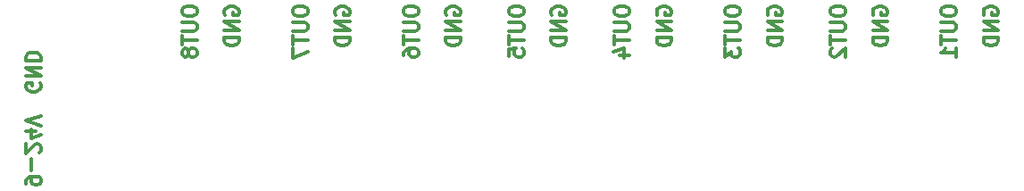
<source format=gbr>
%TF.GenerationSoftware,KiCad,Pcbnew,(7.0.0)*%
%TF.CreationDate,2023-04-13T21:22:04+09:00*%
%TF.ProjectId,Artnet_pixel_controller_Teensy-hardware,4172746e-6574-45f7-9069-78656c5f636f,rev?*%
%TF.SameCoordinates,Original*%
%TF.FileFunction,Legend,Bot*%
%TF.FilePolarity,Positive*%
%FSLAX46Y46*%
G04 Gerber Fmt 4.6, Leading zero omitted, Abs format (unit mm)*
G04 Created by KiCad (PCBNEW (7.0.0)) date 2023-04-13 21:22:04*
%MOMM*%
%LPD*%
G01*
G04 APERTURE LIST*
%ADD10C,0.300000*%
G04 APERTURE END LIST*
D10*
X98638000Y-98066666D02*
X98704666Y-98199999D01*
X98704666Y-98199999D02*
X98704666Y-98399999D01*
X98704666Y-98399999D02*
X98638000Y-98599999D01*
X98638000Y-98599999D02*
X98504666Y-98733333D01*
X98504666Y-98733333D02*
X98371333Y-98799999D01*
X98371333Y-98799999D02*
X98104666Y-98866666D01*
X98104666Y-98866666D02*
X97904666Y-98866666D01*
X97904666Y-98866666D02*
X97638000Y-98799999D01*
X97638000Y-98799999D02*
X97504666Y-98733333D01*
X97504666Y-98733333D02*
X97371333Y-98599999D01*
X97371333Y-98599999D02*
X97304666Y-98399999D01*
X97304666Y-98399999D02*
X97304666Y-98266666D01*
X97304666Y-98266666D02*
X97371333Y-98066666D01*
X97371333Y-98066666D02*
X97438000Y-97999999D01*
X97438000Y-97999999D02*
X97904666Y-97999999D01*
X97904666Y-97999999D02*
X97904666Y-98266666D01*
X97304666Y-97399999D02*
X98704666Y-97399999D01*
X98704666Y-97399999D02*
X97304666Y-96599999D01*
X97304666Y-96599999D02*
X98704666Y-96599999D01*
X97304666Y-95933332D02*
X98704666Y-95933332D01*
X98704666Y-95933332D02*
X98704666Y-95599999D01*
X98704666Y-95599999D02*
X98638000Y-95399999D01*
X98638000Y-95399999D02*
X98504666Y-95266666D01*
X98504666Y-95266666D02*
X98371333Y-95199999D01*
X98371333Y-95199999D02*
X98104666Y-95133332D01*
X98104666Y-95133332D02*
X97904666Y-95133332D01*
X97904666Y-95133332D02*
X97638000Y-95199999D01*
X97638000Y-95199999D02*
X97504666Y-95266666D01*
X97504666Y-95266666D02*
X97371333Y-95399999D01*
X97371333Y-95399999D02*
X97304666Y-95599999D01*
X97304666Y-95599999D02*
X97304666Y-95933332D01*
X97304666Y-107566666D02*
X97304666Y-107299999D01*
X97304666Y-107299999D02*
X97371333Y-107166666D01*
X97371333Y-107166666D02*
X97438000Y-107099999D01*
X97438000Y-107099999D02*
X97638000Y-106966666D01*
X97638000Y-106966666D02*
X97904666Y-106899999D01*
X97904666Y-106899999D02*
X98438000Y-106899999D01*
X98438000Y-106899999D02*
X98571333Y-106966666D01*
X98571333Y-106966666D02*
X98638000Y-107033332D01*
X98638000Y-107033332D02*
X98704666Y-107166666D01*
X98704666Y-107166666D02*
X98704666Y-107433332D01*
X98704666Y-107433332D02*
X98638000Y-107566666D01*
X98638000Y-107566666D02*
X98571333Y-107633332D01*
X98571333Y-107633332D02*
X98438000Y-107699999D01*
X98438000Y-107699999D02*
X98104666Y-107699999D01*
X98104666Y-107699999D02*
X97971333Y-107633332D01*
X97971333Y-107633332D02*
X97904666Y-107566666D01*
X97904666Y-107566666D02*
X97838000Y-107433332D01*
X97838000Y-107433332D02*
X97838000Y-107166666D01*
X97838000Y-107166666D02*
X97904666Y-107033332D01*
X97904666Y-107033332D02*
X97971333Y-106966666D01*
X97971333Y-106966666D02*
X98104666Y-106899999D01*
X97838000Y-106299999D02*
X97838000Y-105233333D01*
X98571333Y-104633333D02*
X98638000Y-104566666D01*
X98638000Y-104566666D02*
X98704666Y-104433333D01*
X98704666Y-104433333D02*
X98704666Y-104100000D01*
X98704666Y-104100000D02*
X98638000Y-103966666D01*
X98638000Y-103966666D02*
X98571333Y-103900000D01*
X98571333Y-103900000D02*
X98438000Y-103833333D01*
X98438000Y-103833333D02*
X98304666Y-103833333D01*
X98304666Y-103833333D02*
X98104666Y-103900000D01*
X98104666Y-103900000D02*
X97304666Y-104700000D01*
X97304666Y-104700000D02*
X97304666Y-103833333D01*
X98238000Y-102633333D02*
X97304666Y-102633333D01*
X98771333Y-102966667D02*
X97771333Y-103300000D01*
X97771333Y-103300000D02*
X97771333Y-102433333D01*
X98704666Y-102100000D02*
X97304666Y-101633334D01*
X97304666Y-101633334D02*
X98704666Y-101166667D01*
X153114333Y-91100000D02*
X153114333Y-91366666D01*
X153114333Y-91366666D02*
X153181000Y-91500000D01*
X153181000Y-91500000D02*
X153314333Y-91633333D01*
X153314333Y-91633333D02*
X153581000Y-91700000D01*
X153581000Y-91700000D02*
X154047666Y-91700000D01*
X154047666Y-91700000D02*
X154314333Y-91633333D01*
X154314333Y-91633333D02*
X154447666Y-91500000D01*
X154447666Y-91500000D02*
X154514333Y-91366666D01*
X154514333Y-91366666D02*
X154514333Y-91100000D01*
X154514333Y-91100000D02*
X154447666Y-90966666D01*
X154447666Y-90966666D02*
X154314333Y-90833333D01*
X154314333Y-90833333D02*
X154047666Y-90766666D01*
X154047666Y-90766666D02*
X153581000Y-90766666D01*
X153581000Y-90766666D02*
X153314333Y-90833333D01*
X153314333Y-90833333D02*
X153181000Y-90966666D01*
X153181000Y-90966666D02*
X153114333Y-91100000D01*
X153114333Y-92300000D02*
X154247666Y-92300000D01*
X154247666Y-92300000D02*
X154381000Y-92366667D01*
X154381000Y-92366667D02*
X154447666Y-92433333D01*
X154447666Y-92433333D02*
X154514333Y-92566667D01*
X154514333Y-92566667D02*
X154514333Y-92833333D01*
X154514333Y-92833333D02*
X154447666Y-92966667D01*
X154447666Y-92966667D02*
X154381000Y-93033333D01*
X154381000Y-93033333D02*
X154247666Y-93100000D01*
X154247666Y-93100000D02*
X153114333Y-93100000D01*
X153114333Y-93566667D02*
X153114333Y-94366667D01*
X154514333Y-93966667D02*
X153114333Y-93966667D01*
X153581000Y-95433334D02*
X154514333Y-95433334D01*
X153047666Y-95100001D02*
X154047666Y-94766667D01*
X154047666Y-94766667D02*
X154047666Y-95633334D01*
X147181000Y-91566666D02*
X147114333Y-91433333D01*
X147114333Y-91433333D02*
X147114333Y-91233333D01*
X147114333Y-91233333D02*
X147181000Y-91033333D01*
X147181000Y-91033333D02*
X147314333Y-90900000D01*
X147314333Y-90900000D02*
X147447666Y-90833333D01*
X147447666Y-90833333D02*
X147714333Y-90766666D01*
X147714333Y-90766666D02*
X147914333Y-90766666D01*
X147914333Y-90766666D02*
X148181000Y-90833333D01*
X148181000Y-90833333D02*
X148314333Y-90900000D01*
X148314333Y-90900000D02*
X148447666Y-91033333D01*
X148447666Y-91033333D02*
X148514333Y-91233333D01*
X148514333Y-91233333D02*
X148514333Y-91366666D01*
X148514333Y-91366666D02*
X148447666Y-91566666D01*
X148447666Y-91566666D02*
X148381000Y-91633333D01*
X148381000Y-91633333D02*
X147914333Y-91633333D01*
X147914333Y-91633333D02*
X147914333Y-91366666D01*
X148514333Y-92233333D02*
X147114333Y-92233333D01*
X147114333Y-92233333D02*
X148514333Y-93033333D01*
X148514333Y-93033333D02*
X147114333Y-93033333D01*
X148514333Y-93700000D02*
X147114333Y-93700000D01*
X147114333Y-93700000D02*
X147114333Y-94033333D01*
X147114333Y-94033333D02*
X147181000Y-94233333D01*
X147181000Y-94233333D02*
X147314333Y-94366667D01*
X147314333Y-94366667D02*
X147447666Y-94433333D01*
X147447666Y-94433333D02*
X147714333Y-94500000D01*
X147714333Y-94500000D02*
X147914333Y-94500000D01*
X147914333Y-94500000D02*
X148181000Y-94433333D01*
X148181000Y-94433333D02*
X148314333Y-94366667D01*
X148314333Y-94366667D02*
X148447666Y-94233333D01*
X148447666Y-94233333D02*
X148514333Y-94033333D01*
X148514333Y-94033333D02*
X148514333Y-93700000D01*
X143114333Y-91100000D02*
X143114333Y-91366666D01*
X143114333Y-91366666D02*
X143181000Y-91500000D01*
X143181000Y-91500000D02*
X143314333Y-91633333D01*
X143314333Y-91633333D02*
X143581000Y-91700000D01*
X143581000Y-91700000D02*
X144047666Y-91700000D01*
X144047666Y-91700000D02*
X144314333Y-91633333D01*
X144314333Y-91633333D02*
X144447666Y-91500000D01*
X144447666Y-91500000D02*
X144514333Y-91366666D01*
X144514333Y-91366666D02*
X144514333Y-91100000D01*
X144514333Y-91100000D02*
X144447666Y-90966666D01*
X144447666Y-90966666D02*
X144314333Y-90833333D01*
X144314333Y-90833333D02*
X144047666Y-90766666D01*
X144047666Y-90766666D02*
X143581000Y-90766666D01*
X143581000Y-90766666D02*
X143314333Y-90833333D01*
X143314333Y-90833333D02*
X143181000Y-90966666D01*
X143181000Y-90966666D02*
X143114333Y-91100000D01*
X143114333Y-92300000D02*
X144247666Y-92300000D01*
X144247666Y-92300000D02*
X144381000Y-92366667D01*
X144381000Y-92366667D02*
X144447666Y-92433333D01*
X144447666Y-92433333D02*
X144514333Y-92566667D01*
X144514333Y-92566667D02*
X144514333Y-92833333D01*
X144514333Y-92833333D02*
X144447666Y-92966667D01*
X144447666Y-92966667D02*
X144381000Y-93033333D01*
X144381000Y-93033333D02*
X144247666Y-93100000D01*
X144247666Y-93100000D02*
X143114333Y-93100000D01*
X143114333Y-93566667D02*
X143114333Y-94366667D01*
X144514333Y-93966667D02*
X143114333Y-93966667D01*
X143114333Y-95500001D02*
X143114333Y-94833334D01*
X143114333Y-94833334D02*
X143781000Y-94766667D01*
X143781000Y-94766667D02*
X143714333Y-94833334D01*
X143714333Y-94833334D02*
X143647666Y-94966667D01*
X143647666Y-94966667D02*
X143647666Y-95300001D01*
X143647666Y-95300001D02*
X143714333Y-95433334D01*
X143714333Y-95433334D02*
X143781000Y-95500001D01*
X143781000Y-95500001D02*
X143914333Y-95566667D01*
X143914333Y-95566667D02*
X144247666Y-95566667D01*
X144247666Y-95566667D02*
X144381000Y-95500001D01*
X144381000Y-95500001D02*
X144447666Y-95433334D01*
X144447666Y-95433334D02*
X144514333Y-95300001D01*
X144514333Y-95300001D02*
X144514333Y-94966667D01*
X144514333Y-94966667D02*
X144447666Y-94833334D01*
X144447666Y-94833334D02*
X144381000Y-94766667D01*
X116181000Y-91566666D02*
X116114333Y-91433333D01*
X116114333Y-91433333D02*
X116114333Y-91233333D01*
X116114333Y-91233333D02*
X116181000Y-91033333D01*
X116181000Y-91033333D02*
X116314333Y-90900000D01*
X116314333Y-90900000D02*
X116447666Y-90833333D01*
X116447666Y-90833333D02*
X116714333Y-90766666D01*
X116714333Y-90766666D02*
X116914333Y-90766666D01*
X116914333Y-90766666D02*
X117181000Y-90833333D01*
X117181000Y-90833333D02*
X117314333Y-90900000D01*
X117314333Y-90900000D02*
X117447666Y-91033333D01*
X117447666Y-91033333D02*
X117514333Y-91233333D01*
X117514333Y-91233333D02*
X117514333Y-91366666D01*
X117514333Y-91366666D02*
X117447666Y-91566666D01*
X117447666Y-91566666D02*
X117381000Y-91633333D01*
X117381000Y-91633333D02*
X116914333Y-91633333D01*
X116914333Y-91633333D02*
X116914333Y-91366666D01*
X117514333Y-92233333D02*
X116114333Y-92233333D01*
X116114333Y-92233333D02*
X117514333Y-93033333D01*
X117514333Y-93033333D02*
X116114333Y-93033333D01*
X117514333Y-93700000D02*
X116114333Y-93700000D01*
X116114333Y-93700000D02*
X116114333Y-94033333D01*
X116114333Y-94033333D02*
X116181000Y-94233333D01*
X116181000Y-94233333D02*
X116314333Y-94366667D01*
X116314333Y-94366667D02*
X116447666Y-94433333D01*
X116447666Y-94433333D02*
X116714333Y-94500000D01*
X116714333Y-94500000D02*
X116914333Y-94500000D01*
X116914333Y-94500000D02*
X117181000Y-94433333D01*
X117181000Y-94433333D02*
X117314333Y-94366667D01*
X117314333Y-94366667D02*
X117447666Y-94233333D01*
X117447666Y-94233333D02*
X117514333Y-94033333D01*
X117514333Y-94033333D02*
X117514333Y-93700000D01*
X133114333Y-91100000D02*
X133114333Y-91366666D01*
X133114333Y-91366666D02*
X133181000Y-91500000D01*
X133181000Y-91500000D02*
X133314333Y-91633333D01*
X133314333Y-91633333D02*
X133581000Y-91700000D01*
X133581000Y-91700000D02*
X134047666Y-91700000D01*
X134047666Y-91700000D02*
X134314333Y-91633333D01*
X134314333Y-91633333D02*
X134447666Y-91500000D01*
X134447666Y-91500000D02*
X134514333Y-91366666D01*
X134514333Y-91366666D02*
X134514333Y-91100000D01*
X134514333Y-91100000D02*
X134447666Y-90966666D01*
X134447666Y-90966666D02*
X134314333Y-90833333D01*
X134314333Y-90833333D02*
X134047666Y-90766666D01*
X134047666Y-90766666D02*
X133581000Y-90766666D01*
X133581000Y-90766666D02*
X133314333Y-90833333D01*
X133314333Y-90833333D02*
X133181000Y-90966666D01*
X133181000Y-90966666D02*
X133114333Y-91100000D01*
X133114333Y-92300000D02*
X134247666Y-92300000D01*
X134247666Y-92300000D02*
X134381000Y-92366667D01*
X134381000Y-92366667D02*
X134447666Y-92433333D01*
X134447666Y-92433333D02*
X134514333Y-92566667D01*
X134514333Y-92566667D02*
X134514333Y-92833333D01*
X134514333Y-92833333D02*
X134447666Y-92966667D01*
X134447666Y-92966667D02*
X134381000Y-93033333D01*
X134381000Y-93033333D02*
X134247666Y-93100000D01*
X134247666Y-93100000D02*
X133114333Y-93100000D01*
X133114333Y-93566667D02*
X133114333Y-94366667D01*
X134514333Y-93966667D02*
X133114333Y-93966667D01*
X133114333Y-95433334D02*
X133114333Y-95166667D01*
X133114333Y-95166667D02*
X133181000Y-95033334D01*
X133181000Y-95033334D02*
X133247666Y-94966667D01*
X133247666Y-94966667D02*
X133447666Y-94833334D01*
X133447666Y-94833334D02*
X133714333Y-94766667D01*
X133714333Y-94766667D02*
X134247666Y-94766667D01*
X134247666Y-94766667D02*
X134381000Y-94833334D01*
X134381000Y-94833334D02*
X134447666Y-94900001D01*
X134447666Y-94900001D02*
X134514333Y-95033334D01*
X134514333Y-95033334D02*
X134514333Y-95300001D01*
X134514333Y-95300001D02*
X134447666Y-95433334D01*
X134447666Y-95433334D02*
X134381000Y-95500001D01*
X134381000Y-95500001D02*
X134247666Y-95566667D01*
X134247666Y-95566667D02*
X133914333Y-95566667D01*
X133914333Y-95566667D02*
X133781000Y-95500001D01*
X133781000Y-95500001D02*
X133714333Y-95433334D01*
X133714333Y-95433334D02*
X133647666Y-95300001D01*
X133647666Y-95300001D02*
X133647666Y-95033334D01*
X133647666Y-95033334D02*
X133714333Y-94900001D01*
X133714333Y-94900001D02*
X133781000Y-94833334D01*
X133781000Y-94833334D02*
X133914333Y-94766667D01*
X188181000Y-91566666D02*
X188114333Y-91433333D01*
X188114333Y-91433333D02*
X188114333Y-91233333D01*
X188114333Y-91233333D02*
X188181000Y-91033333D01*
X188181000Y-91033333D02*
X188314333Y-90900000D01*
X188314333Y-90900000D02*
X188447666Y-90833333D01*
X188447666Y-90833333D02*
X188714333Y-90766666D01*
X188714333Y-90766666D02*
X188914333Y-90766666D01*
X188914333Y-90766666D02*
X189181000Y-90833333D01*
X189181000Y-90833333D02*
X189314333Y-90900000D01*
X189314333Y-90900000D02*
X189447666Y-91033333D01*
X189447666Y-91033333D02*
X189514333Y-91233333D01*
X189514333Y-91233333D02*
X189514333Y-91366666D01*
X189514333Y-91366666D02*
X189447666Y-91566666D01*
X189447666Y-91566666D02*
X189381000Y-91633333D01*
X189381000Y-91633333D02*
X188914333Y-91633333D01*
X188914333Y-91633333D02*
X188914333Y-91366666D01*
X189514333Y-92233333D02*
X188114333Y-92233333D01*
X188114333Y-92233333D02*
X189514333Y-93033333D01*
X189514333Y-93033333D02*
X188114333Y-93033333D01*
X189514333Y-93700000D02*
X188114333Y-93700000D01*
X188114333Y-93700000D02*
X188114333Y-94033333D01*
X188114333Y-94033333D02*
X188181000Y-94233333D01*
X188181000Y-94233333D02*
X188314333Y-94366667D01*
X188314333Y-94366667D02*
X188447666Y-94433333D01*
X188447666Y-94433333D02*
X188714333Y-94500000D01*
X188714333Y-94500000D02*
X188914333Y-94500000D01*
X188914333Y-94500000D02*
X189181000Y-94433333D01*
X189181000Y-94433333D02*
X189314333Y-94366667D01*
X189314333Y-94366667D02*
X189447666Y-94233333D01*
X189447666Y-94233333D02*
X189514333Y-94033333D01*
X189514333Y-94033333D02*
X189514333Y-93700000D01*
X157181000Y-91566666D02*
X157114333Y-91433333D01*
X157114333Y-91433333D02*
X157114333Y-91233333D01*
X157114333Y-91233333D02*
X157181000Y-91033333D01*
X157181000Y-91033333D02*
X157314333Y-90900000D01*
X157314333Y-90900000D02*
X157447666Y-90833333D01*
X157447666Y-90833333D02*
X157714333Y-90766666D01*
X157714333Y-90766666D02*
X157914333Y-90766666D01*
X157914333Y-90766666D02*
X158181000Y-90833333D01*
X158181000Y-90833333D02*
X158314333Y-90900000D01*
X158314333Y-90900000D02*
X158447666Y-91033333D01*
X158447666Y-91033333D02*
X158514333Y-91233333D01*
X158514333Y-91233333D02*
X158514333Y-91366666D01*
X158514333Y-91366666D02*
X158447666Y-91566666D01*
X158447666Y-91566666D02*
X158381000Y-91633333D01*
X158381000Y-91633333D02*
X157914333Y-91633333D01*
X157914333Y-91633333D02*
X157914333Y-91366666D01*
X158514333Y-92233333D02*
X157114333Y-92233333D01*
X157114333Y-92233333D02*
X158514333Y-93033333D01*
X158514333Y-93033333D02*
X157114333Y-93033333D01*
X158514333Y-93700000D02*
X157114333Y-93700000D01*
X157114333Y-93700000D02*
X157114333Y-94033333D01*
X157114333Y-94033333D02*
X157181000Y-94233333D01*
X157181000Y-94233333D02*
X157314333Y-94366667D01*
X157314333Y-94366667D02*
X157447666Y-94433333D01*
X157447666Y-94433333D02*
X157714333Y-94500000D01*
X157714333Y-94500000D02*
X157914333Y-94500000D01*
X157914333Y-94500000D02*
X158181000Y-94433333D01*
X158181000Y-94433333D02*
X158314333Y-94366667D01*
X158314333Y-94366667D02*
X158447666Y-94233333D01*
X158447666Y-94233333D02*
X158514333Y-94033333D01*
X158514333Y-94033333D02*
X158514333Y-93700000D01*
X184114333Y-91100000D02*
X184114333Y-91366666D01*
X184114333Y-91366666D02*
X184181000Y-91500000D01*
X184181000Y-91500000D02*
X184314333Y-91633333D01*
X184314333Y-91633333D02*
X184581000Y-91700000D01*
X184581000Y-91700000D02*
X185047666Y-91700000D01*
X185047666Y-91700000D02*
X185314333Y-91633333D01*
X185314333Y-91633333D02*
X185447666Y-91500000D01*
X185447666Y-91500000D02*
X185514333Y-91366666D01*
X185514333Y-91366666D02*
X185514333Y-91100000D01*
X185514333Y-91100000D02*
X185447666Y-90966666D01*
X185447666Y-90966666D02*
X185314333Y-90833333D01*
X185314333Y-90833333D02*
X185047666Y-90766666D01*
X185047666Y-90766666D02*
X184581000Y-90766666D01*
X184581000Y-90766666D02*
X184314333Y-90833333D01*
X184314333Y-90833333D02*
X184181000Y-90966666D01*
X184181000Y-90966666D02*
X184114333Y-91100000D01*
X184114333Y-92300000D02*
X185247666Y-92300000D01*
X185247666Y-92300000D02*
X185381000Y-92366667D01*
X185381000Y-92366667D02*
X185447666Y-92433333D01*
X185447666Y-92433333D02*
X185514333Y-92566667D01*
X185514333Y-92566667D02*
X185514333Y-92833333D01*
X185514333Y-92833333D02*
X185447666Y-92966667D01*
X185447666Y-92966667D02*
X185381000Y-93033333D01*
X185381000Y-93033333D02*
X185247666Y-93100000D01*
X185247666Y-93100000D02*
X184114333Y-93100000D01*
X184114333Y-93566667D02*
X184114333Y-94366667D01*
X185514333Y-93966667D02*
X184114333Y-93966667D01*
X185514333Y-95566667D02*
X185514333Y-94766667D01*
X185514333Y-95166667D02*
X184114333Y-95166667D01*
X184114333Y-95166667D02*
X184314333Y-95033334D01*
X184314333Y-95033334D02*
X184447666Y-94900001D01*
X184447666Y-94900001D02*
X184514333Y-94766667D01*
X126681000Y-91566666D02*
X126614333Y-91433333D01*
X126614333Y-91433333D02*
X126614333Y-91233333D01*
X126614333Y-91233333D02*
X126681000Y-91033333D01*
X126681000Y-91033333D02*
X126814333Y-90900000D01*
X126814333Y-90900000D02*
X126947666Y-90833333D01*
X126947666Y-90833333D02*
X127214333Y-90766666D01*
X127214333Y-90766666D02*
X127414333Y-90766666D01*
X127414333Y-90766666D02*
X127681000Y-90833333D01*
X127681000Y-90833333D02*
X127814333Y-90900000D01*
X127814333Y-90900000D02*
X127947666Y-91033333D01*
X127947666Y-91033333D02*
X128014333Y-91233333D01*
X128014333Y-91233333D02*
X128014333Y-91366666D01*
X128014333Y-91366666D02*
X127947666Y-91566666D01*
X127947666Y-91566666D02*
X127881000Y-91633333D01*
X127881000Y-91633333D02*
X127414333Y-91633333D01*
X127414333Y-91633333D02*
X127414333Y-91366666D01*
X128014333Y-92233333D02*
X126614333Y-92233333D01*
X126614333Y-92233333D02*
X128014333Y-93033333D01*
X128014333Y-93033333D02*
X126614333Y-93033333D01*
X128014333Y-93700000D02*
X126614333Y-93700000D01*
X126614333Y-93700000D02*
X126614333Y-94033333D01*
X126614333Y-94033333D02*
X126681000Y-94233333D01*
X126681000Y-94233333D02*
X126814333Y-94366667D01*
X126814333Y-94366667D02*
X126947666Y-94433333D01*
X126947666Y-94433333D02*
X127214333Y-94500000D01*
X127214333Y-94500000D02*
X127414333Y-94500000D01*
X127414333Y-94500000D02*
X127681000Y-94433333D01*
X127681000Y-94433333D02*
X127814333Y-94366667D01*
X127814333Y-94366667D02*
X127947666Y-94233333D01*
X127947666Y-94233333D02*
X128014333Y-94033333D01*
X128014333Y-94033333D02*
X128014333Y-93700000D01*
X122614333Y-91100000D02*
X122614333Y-91366666D01*
X122614333Y-91366666D02*
X122681000Y-91500000D01*
X122681000Y-91500000D02*
X122814333Y-91633333D01*
X122814333Y-91633333D02*
X123081000Y-91700000D01*
X123081000Y-91700000D02*
X123547666Y-91700000D01*
X123547666Y-91700000D02*
X123814333Y-91633333D01*
X123814333Y-91633333D02*
X123947666Y-91500000D01*
X123947666Y-91500000D02*
X124014333Y-91366666D01*
X124014333Y-91366666D02*
X124014333Y-91100000D01*
X124014333Y-91100000D02*
X123947666Y-90966666D01*
X123947666Y-90966666D02*
X123814333Y-90833333D01*
X123814333Y-90833333D02*
X123547666Y-90766666D01*
X123547666Y-90766666D02*
X123081000Y-90766666D01*
X123081000Y-90766666D02*
X122814333Y-90833333D01*
X122814333Y-90833333D02*
X122681000Y-90966666D01*
X122681000Y-90966666D02*
X122614333Y-91100000D01*
X122614333Y-92300000D02*
X123747666Y-92300000D01*
X123747666Y-92300000D02*
X123881000Y-92366667D01*
X123881000Y-92366667D02*
X123947666Y-92433333D01*
X123947666Y-92433333D02*
X124014333Y-92566667D01*
X124014333Y-92566667D02*
X124014333Y-92833333D01*
X124014333Y-92833333D02*
X123947666Y-92966667D01*
X123947666Y-92966667D02*
X123881000Y-93033333D01*
X123881000Y-93033333D02*
X123747666Y-93100000D01*
X123747666Y-93100000D02*
X122614333Y-93100000D01*
X122614333Y-93566667D02*
X122614333Y-94366667D01*
X124014333Y-93966667D02*
X122614333Y-93966667D01*
X122614333Y-94700001D02*
X122614333Y-95633334D01*
X122614333Y-95633334D02*
X124014333Y-95033334D01*
X163614333Y-91100000D02*
X163614333Y-91366666D01*
X163614333Y-91366666D02*
X163681000Y-91500000D01*
X163681000Y-91500000D02*
X163814333Y-91633333D01*
X163814333Y-91633333D02*
X164081000Y-91700000D01*
X164081000Y-91700000D02*
X164547666Y-91700000D01*
X164547666Y-91700000D02*
X164814333Y-91633333D01*
X164814333Y-91633333D02*
X164947666Y-91500000D01*
X164947666Y-91500000D02*
X165014333Y-91366666D01*
X165014333Y-91366666D02*
X165014333Y-91100000D01*
X165014333Y-91100000D02*
X164947666Y-90966666D01*
X164947666Y-90966666D02*
X164814333Y-90833333D01*
X164814333Y-90833333D02*
X164547666Y-90766666D01*
X164547666Y-90766666D02*
X164081000Y-90766666D01*
X164081000Y-90766666D02*
X163814333Y-90833333D01*
X163814333Y-90833333D02*
X163681000Y-90966666D01*
X163681000Y-90966666D02*
X163614333Y-91100000D01*
X163614333Y-92300000D02*
X164747666Y-92300000D01*
X164747666Y-92300000D02*
X164881000Y-92366667D01*
X164881000Y-92366667D02*
X164947666Y-92433333D01*
X164947666Y-92433333D02*
X165014333Y-92566667D01*
X165014333Y-92566667D02*
X165014333Y-92833333D01*
X165014333Y-92833333D02*
X164947666Y-92966667D01*
X164947666Y-92966667D02*
X164881000Y-93033333D01*
X164881000Y-93033333D02*
X164747666Y-93100000D01*
X164747666Y-93100000D02*
X163614333Y-93100000D01*
X163614333Y-93566667D02*
X163614333Y-94366667D01*
X165014333Y-93966667D02*
X163614333Y-93966667D01*
X163614333Y-94700001D02*
X163614333Y-95566667D01*
X163614333Y-95566667D02*
X164147666Y-95100001D01*
X164147666Y-95100001D02*
X164147666Y-95300001D01*
X164147666Y-95300001D02*
X164214333Y-95433334D01*
X164214333Y-95433334D02*
X164281000Y-95500001D01*
X164281000Y-95500001D02*
X164414333Y-95566667D01*
X164414333Y-95566667D02*
X164747666Y-95566667D01*
X164747666Y-95566667D02*
X164881000Y-95500001D01*
X164881000Y-95500001D02*
X164947666Y-95433334D01*
X164947666Y-95433334D02*
X165014333Y-95300001D01*
X165014333Y-95300001D02*
X165014333Y-94900001D01*
X165014333Y-94900001D02*
X164947666Y-94766667D01*
X164947666Y-94766667D02*
X164881000Y-94700001D01*
X137181000Y-91566666D02*
X137114333Y-91433333D01*
X137114333Y-91433333D02*
X137114333Y-91233333D01*
X137114333Y-91233333D02*
X137181000Y-91033333D01*
X137181000Y-91033333D02*
X137314333Y-90900000D01*
X137314333Y-90900000D02*
X137447666Y-90833333D01*
X137447666Y-90833333D02*
X137714333Y-90766666D01*
X137714333Y-90766666D02*
X137914333Y-90766666D01*
X137914333Y-90766666D02*
X138181000Y-90833333D01*
X138181000Y-90833333D02*
X138314333Y-90900000D01*
X138314333Y-90900000D02*
X138447666Y-91033333D01*
X138447666Y-91033333D02*
X138514333Y-91233333D01*
X138514333Y-91233333D02*
X138514333Y-91366666D01*
X138514333Y-91366666D02*
X138447666Y-91566666D01*
X138447666Y-91566666D02*
X138381000Y-91633333D01*
X138381000Y-91633333D02*
X137914333Y-91633333D01*
X137914333Y-91633333D02*
X137914333Y-91366666D01*
X138514333Y-92233333D02*
X137114333Y-92233333D01*
X137114333Y-92233333D02*
X138514333Y-93033333D01*
X138514333Y-93033333D02*
X137114333Y-93033333D01*
X138514333Y-93700000D02*
X137114333Y-93700000D01*
X137114333Y-93700000D02*
X137114333Y-94033333D01*
X137114333Y-94033333D02*
X137181000Y-94233333D01*
X137181000Y-94233333D02*
X137314333Y-94366667D01*
X137314333Y-94366667D02*
X137447666Y-94433333D01*
X137447666Y-94433333D02*
X137714333Y-94500000D01*
X137714333Y-94500000D02*
X137914333Y-94500000D01*
X137914333Y-94500000D02*
X138181000Y-94433333D01*
X138181000Y-94433333D02*
X138314333Y-94366667D01*
X138314333Y-94366667D02*
X138447666Y-94233333D01*
X138447666Y-94233333D02*
X138514333Y-94033333D01*
X138514333Y-94033333D02*
X138514333Y-93700000D01*
X177681000Y-91566666D02*
X177614333Y-91433333D01*
X177614333Y-91433333D02*
X177614333Y-91233333D01*
X177614333Y-91233333D02*
X177681000Y-91033333D01*
X177681000Y-91033333D02*
X177814333Y-90900000D01*
X177814333Y-90900000D02*
X177947666Y-90833333D01*
X177947666Y-90833333D02*
X178214333Y-90766666D01*
X178214333Y-90766666D02*
X178414333Y-90766666D01*
X178414333Y-90766666D02*
X178681000Y-90833333D01*
X178681000Y-90833333D02*
X178814333Y-90900000D01*
X178814333Y-90900000D02*
X178947666Y-91033333D01*
X178947666Y-91033333D02*
X179014333Y-91233333D01*
X179014333Y-91233333D02*
X179014333Y-91366666D01*
X179014333Y-91366666D02*
X178947666Y-91566666D01*
X178947666Y-91566666D02*
X178881000Y-91633333D01*
X178881000Y-91633333D02*
X178414333Y-91633333D01*
X178414333Y-91633333D02*
X178414333Y-91366666D01*
X179014333Y-92233333D02*
X177614333Y-92233333D01*
X177614333Y-92233333D02*
X179014333Y-93033333D01*
X179014333Y-93033333D02*
X177614333Y-93033333D01*
X179014333Y-93700000D02*
X177614333Y-93700000D01*
X177614333Y-93700000D02*
X177614333Y-94033333D01*
X177614333Y-94033333D02*
X177681000Y-94233333D01*
X177681000Y-94233333D02*
X177814333Y-94366667D01*
X177814333Y-94366667D02*
X177947666Y-94433333D01*
X177947666Y-94433333D02*
X178214333Y-94500000D01*
X178214333Y-94500000D02*
X178414333Y-94500000D01*
X178414333Y-94500000D02*
X178681000Y-94433333D01*
X178681000Y-94433333D02*
X178814333Y-94366667D01*
X178814333Y-94366667D02*
X178947666Y-94233333D01*
X178947666Y-94233333D02*
X179014333Y-94033333D01*
X179014333Y-94033333D02*
X179014333Y-93700000D01*
X112114333Y-91100000D02*
X112114333Y-91366666D01*
X112114333Y-91366666D02*
X112181000Y-91500000D01*
X112181000Y-91500000D02*
X112314333Y-91633333D01*
X112314333Y-91633333D02*
X112581000Y-91700000D01*
X112581000Y-91700000D02*
X113047666Y-91700000D01*
X113047666Y-91700000D02*
X113314333Y-91633333D01*
X113314333Y-91633333D02*
X113447666Y-91500000D01*
X113447666Y-91500000D02*
X113514333Y-91366666D01*
X113514333Y-91366666D02*
X113514333Y-91100000D01*
X113514333Y-91100000D02*
X113447666Y-90966666D01*
X113447666Y-90966666D02*
X113314333Y-90833333D01*
X113314333Y-90833333D02*
X113047666Y-90766666D01*
X113047666Y-90766666D02*
X112581000Y-90766666D01*
X112581000Y-90766666D02*
X112314333Y-90833333D01*
X112314333Y-90833333D02*
X112181000Y-90966666D01*
X112181000Y-90966666D02*
X112114333Y-91100000D01*
X112114333Y-92300000D02*
X113247666Y-92300000D01*
X113247666Y-92300000D02*
X113381000Y-92366667D01*
X113381000Y-92366667D02*
X113447666Y-92433333D01*
X113447666Y-92433333D02*
X113514333Y-92566667D01*
X113514333Y-92566667D02*
X113514333Y-92833333D01*
X113514333Y-92833333D02*
X113447666Y-92966667D01*
X113447666Y-92966667D02*
X113381000Y-93033333D01*
X113381000Y-93033333D02*
X113247666Y-93100000D01*
X113247666Y-93100000D02*
X112114333Y-93100000D01*
X112114333Y-93566667D02*
X112114333Y-94366667D01*
X113514333Y-93966667D02*
X112114333Y-93966667D01*
X112714333Y-95033334D02*
X112647666Y-94900001D01*
X112647666Y-94900001D02*
X112581000Y-94833334D01*
X112581000Y-94833334D02*
X112447666Y-94766667D01*
X112447666Y-94766667D02*
X112381000Y-94766667D01*
X112381000Y-94766667D02*
X112247666Y-94833334D01*
X112247666Y-94833334D02*
X112181000Y-94900001D01*
X112181000Y-94900001D02*
X112114333Y-95033334D01*
X112114333Y-95033334D02*
X112114333Y-95300001D01*
X112114333Y-95300001D02*
X112181000Y-95433334D01*
X112181000Y-95433334D02*
X112247666Y-95500001D01*
X112247666Y-95500001D02*
X112381000Y-95566667D01*
X112381000Y-95566667D02*
X112447666Y-95566667D01*
X112447666Y-95566667D02*
X112581000Y-95500001D01*
X112581000Y-95500001D02*
X112647666Y-95433334D01*
X112647666Y-95433334D02*
X112714333Y-95300001D01*
X112714333Y-95300001D02*
X112714333Y-95033334D01*
X112714333Y-95033334D02*
X112781000Y-94900001D01*
X112781000Y-94900001D02*
X112847666Y-94833334D01*
X112847666Y-94833334D02*
X112981000Y-94766667D01*
X112981000Y-94766667D02*
X113247666Y-94766667D01*
X113247666Y-94766667D02*
X113381000Y-94833334D01*
X113381000Y-94833334D02*
X113447666Y-94900001D01*
X113447666Y-94900001D02*
X113514333Y-95033334D01*
X113514333Y-95033334D02*
X113514333Y-95300001D01*
X113514333Y-95300001D02*
X113447666Y-95433334D01*
X113447666Y-95433334D02*
X113381000Y-95500001D01*
X113381000Y-95500001D02*
X113247666Y-95566667D01*
X113247666Y-95566667D02*
X112981000Y-95566667D01*
X112981000Y-95566667D02*
X112847666Y-95500001D01*
X112847666Y-95500001D02*
X112781000Y-95433334D01*
X112781000Y-95433334D02*
X112714333Y-95300001D01*
X167681000Y-91566666D02*
X167614333Y-91433333D01*
X167614333Y-91433333D02*
X167614333Y-91233333D01*
X167614333Y-91233333D02*
X167681000Y-91033333D01*
X167681000Y-91033333D02*
X167814333Y-90900000D01*
X167814333Y-90900000D02*
X167947666Y-90833333D01*
X167947666Y-90833333D02*
X168214333Y-90766666D01*
X168214333Y-90766666D02*
X168414333Y-90766666D01*
X168414333Y-90766666D02*
X168681000Y-90833333D01*
X168681000Y-90833333D02*
X168814333Y-90900000D01*
X168814333Y-90900000D02*
X168947666Y-91033333D01*
X168947666Y-91033333D02*
X169014333Y-91233333D01*
X169014333Y-91233333D02*
X169014333Y-91366666D01*
X169014333Y-91366666D02*
X168947666Y-91566666D01*
X168947666Y-91566666D02*
X168881000Y-91633333D01*
X168881000Y-91633333D02*
X168414333Y-91633333D01*
X168414333Y-91633333D02*
X168414333Y-91366666D01*
X169014333Y-92233333D02*
X167614333Y-92233333D01*
X167614333Y-92233333D02*
X169014333Y-93033333D01*
X169014333Y-93033333D02*
X167614333Y-93033333D01*
X169014333Y-93700000D02*
X167614333Y-93700000D01*
X167614333Y-93700000D02*
X167614333Y-94033333D01*
X167614333Y-94033333D02*
X167681000Y-94233333D01*
X167681000Y-94233333D02*
X167814333Y-94366667D01*
X167814333Y-94366667D02*
X167947666Y-94433333D01*
X167947666Y-94433333D02*
X168214333Y-94500000D01*
X168214333Y-94500000D02*
X168414333Y-94500000D01*
X168414333Y-94500000D02*
X168681000Y-94433333D01*
X168681000Y-94433333D02*
X168814333Y-94366667D01*
X168814333Y-94366667D02*
X168947666Y-94233333D01*
X168947666Y-94233333D02*
X169014333Y-94033333D01*
X169014333Y-94033333D02*
X169014333Y-93700000D01*
X173614333Y-91100000D02*
X173614333Y-91366666D01*
X173614333Y-91366666D02*
X173681000Y-91500000D01*
X173681000Y-91500000D02*
X173814333Y-91633333D01*
X173814333Y-91633333D02*
X174081000Y-91700000D01*
X174081000Y-91700000D02*
X174547666Y-91700000D01*
X174547666Y-91700000D02*
X174814333Y-91633333D01*
X174814333Y-91633333D02*
X174947666Y-91500000D01*
X174947666Y-91500000D02*
X175014333Y-91366666D01*
X175014333Y-91366666D02*
X175014333Y-91100000D01*
X175014333Y-91100000D02*
X174947666Y-90966666D01*
X174947666Y-90966666D02*
X174814333Y-90833333D01*
X174814333Y-90833333D02*
X174547666Y-90766666D01*
X174547666Y-90766666D02*
X174081000Y-90766666D01*
X174081000Y-90766666D02*
X173814333Y-90833333D01*
X173814333Y-90833333D02*
X173681000Y-90966666D01*
X173681000Y-90966666D02*
X173614333Y-91100000D01*
X173614333Y-92300000D02*
X174747666Y-92300000D01*
X174747666Y-92300000D02*
X174881000Y-92366667D01*
X174881000Y-92366667D02*
X174947666Y-92433333D01*
X174947666Y-92433333D02*
X175014333Y-92566667D01*
X175014333Y-92566667D02*
X175014333Y-92833333D01*
X175014333Y-92833333D02*
X174947666Y-92966667D01*
X174947666Y-92966667D02*
X174881000Y-93033333D01*
X174881000Y-93033333D02*
X174747666Y-93100000D01*
X174747666Y-93100000D02*
X173614333Y-93100000D01*
X173614333Y-93566667D02*
X173614333Y-94366667D01*
X175014333Y-93966667D02*
X173614333Y-93966667D01*
X173747666Y-94766667D02*
X173681000Y-94833334D01*
X173681000Y-94833334D02*
X173614333Y-94966667D01*
X173614333Y-94966667D02*
X173614333Y-95300001D01*
X173614333Y-95300001D02*
X173681000Y-95433334D01*
X173681000Y-95433334D02*
X173747666Y-95500001D01*
X173747666Y-95500001D02*
X173881000Y-95566667D01*
X173881000Y-95566667D02*
X174014333Y-95566667D01*
X174014333Y-95566667D02*
X174214333Y-95500001D01*
X174214333Y-95500001D02*
X175014333Y-94700001D01*
X175014333Y-94700001D02*
X175014333Y-95566667D01*
M02*

</source>
